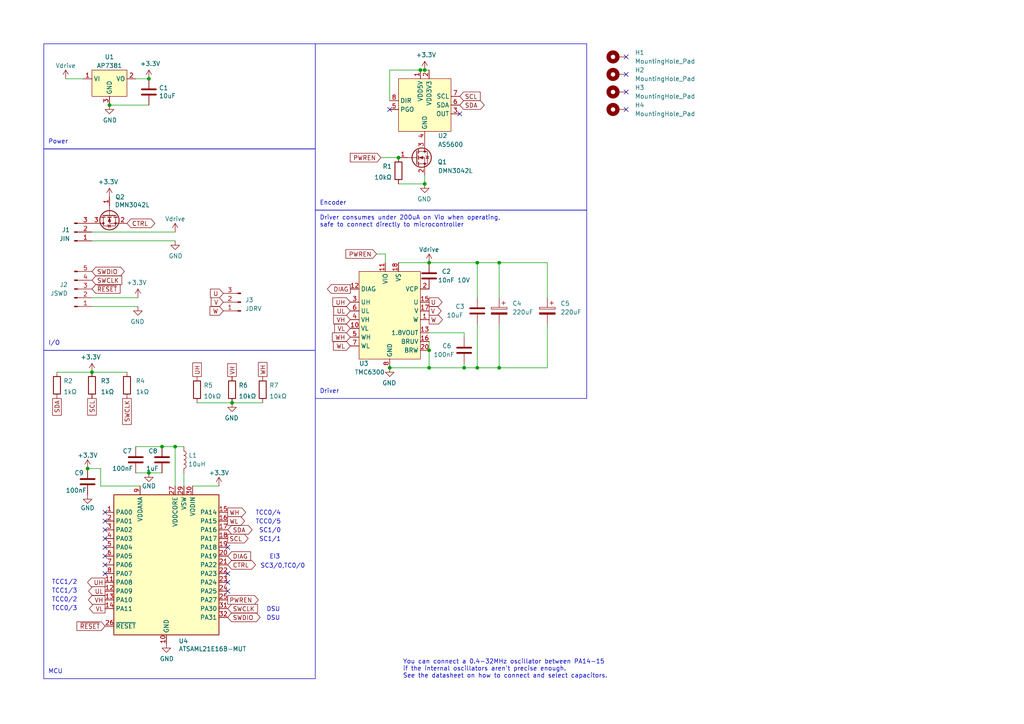
<source format=kicad_sch>
(kicad_sch (version 20250114) (generator "eeschema") (generator_version "9.0")
  (paper "A4")
  (lib_symbols
    (symbol "Connector:Conn_01x03_Pin" (pin_names (offset 1.016) (hide yes))
      (property "Reference" "J" (at 0 5.08 0))
      (property "Value" "Conn_01x03_Pin" (at 0 -5.08 0))
      (symbol "Conn_01x03_Pin_1_1"
        (rectangle (start 0.8636 2.667) (end 0 2.413) (stroke (width 0.1524)) (fill (type outline)))
        (rectangle (start 0.8636 0.127) (end 0 -0.127) (stroke (width 0.1524)) (fill (type outline)))
        (rectangle (start 0.8636 -2.413) (end 0 -2.667) (stroke (width 0.1524)) (fill (type outline)))
        (polyline (pts (xy 1.27 2.54) (xy 0.8636 2.54)) (stroke (width 0.1524)))
        (polyline (pts (xy 1.27 0) (xy 0.8636 0)) (stroke (width 0.1524)))
        (polyline (pts (xy 1.27 -2.54) (xy 0.8636 -2.54)) (stroke (width 0.1524)))
        (pin passive line (at 5.08 2.54 180) (length 3.81) (name "Pin_1") (number "1"))
        (pin passive line (at 5.08 0 180) (length 3.81) (name "Pin_2") (number "2"))
        (pin passive line (at 5.08 -2.54 180) (length 3.81) (name "Pin_3") (number "3"))
      )
    )
    (symbol "Connector:Conn_01x05_Male" (pin_names (offset 1.016) (hide yes))
      (property "Reference" "J" (at 0 7.62 0))
      (property "Value" "Conn_01x05_Male" (at 0 -7.62 0))
      (symbol "Conn_01x05_Male_1_1"
        (rectangle (start 0.8636 5.207) (end 0 4.953) (stroke (width 0.1524)) (fill (type outline)))
        (rectangle (start 0.8636 2.667) (end 0 2.413) (stroke (width 0.1524)) (fill (type outline)))
        (rectangle (start 0.8636 0.127) (end 0 -0.127) (stroke (width 0.1524)) (fill (type outline)))
        (rectangle (start 0.8636 -2.413) (end 0 -2.667) (stroke (width 0.1524)) (fill (type outline)))
        (rectangle (start 0.8636 -4.953) (end 0 -5.207) (stroke (width 0.1524)) (fill (type outline)))
        (polyline (pts (xy 1.27 5.08) (xy 0.8636 5.08)) (stroke (width 0.1524)))
        (polyline (pts (xy 1.27 2.54) (xy 0.8636 2.54)) (stroke (width 0.1524)))
        (polyline (pts (xy 1.27 0) (xy 0.8636 0)) (stroke (width 0.1524)))
        (polyline (pts (xy 1.27 -2.54) (xy 0.8636 -2.54)) (stroke (width 0.1524)))
        (polyline (pts (xy 1.27 -5.08) (xy 0.8636 -5.08)) (stroke (width 0.1524)))
        (pin passive line (at 5.08 5.08 180) (length 3.81) (name "Pin_1") (number "1"))
        (pin passive line (at 5.08 2.54 180) (length 3.81) (name "Pin_2") (number "2"))
        (pin passive line (at 5.08 0 180) (length 3.81) (name "Pin_3") (number "3"))
        (pin passive line (at 5.08 -2.54 180) (length 3.81) (name "Pin_4") (number "4"))
        (pin passive line (at 5.08 -5.08 180) (length 3.81) (name "Pin_5") (number "5"))
      )
    )
    (symbol "Custom:AP7381"
      (property "Reference" "U" (at -3.81 -5.08 0))
      (property "Value" "AP7381" (at 6.35 -5.08 0))
      (symbol "AP7381_0_1"
        (rectangle (start -5.08 3.81) (end 5.08 -3.81) (fill (type background)))
      )
      (symbol "AP7381_1_1"
        (pin power_in line (at -7.62 1.27 0) (length 2.54) (name "VI") (number "1"))
        (pin passive line (at 0 -6.35 90) (length 2.54) (name "GND") (number "3"))
        (pin power_out line (at 7.62 1.27 180) (length 2.54) (name "VO") (number "2"))
      )
    )
    (symbol "Custom:AS5600"
      (property "Reference" "U" (at 3.81 -8.89 0))
      (property "Value" "AS5600" (at 0 0 0))
      (symbol "AS5600_0_0"
        (pin input line (at -10.16 1.27 0) (length 2.54) (name "DIR") (number "8"))
        (pin input line (at -10.16 -1.27 0) (length 2.54) (name "PGO") (number "5"))
        (pin power_in line (at -1.27 10.16 270) (length 2.54) (name "VDD5V") (number "1"))
        (pin power_in line (at 0 -10.16 90) (length 2.54) (name "GND") (number "4"))
        (pin power_in line (at 1.27 10.16 270) (length 2.54) (name "VDD3V3") (number "2"))
        (pin input line (at 10.16 2.54 180) (length 2.54) (name "SCL") (number "7"))
        (pin bidirectional line (at 10.16 0 180) (length 2.54) (name "SDA") (number "6"))
        (pin output line (at 10.16 -2.54 180) (length 2.54) (name "OUT") (number "3"))
      )
      (symbol "AS5600_1_1"
        (rectangle (start -7.62 7.62) (end 7.62 -7.62) (fill (type background)))
      )
    )
    (symbol "Custom:TMC6300"
      (property "Reference" "U" (at 5.08 -13.97 0))
      (property "Value" "TMC6300" (at 0 -1.27 0))
      (symbol "TMC6300_0_0"
        (pin output line (at -11.43 7.62 0) (length 2.54) (name "DIAG") (number "12"))
        (pin input line (at -11.43 3.81 0) (length 2.54) (name "UH") (number "3"))
        (pin input line (at -11.43 1.27 0) (length 2.54) (name "UL") (number "6"))
        (pin input line (at -11.43 -1.27 0) (length 2.54) (name "VH") (number "4"))
        (pin input line (at -11.43 -3.81 0) (length 2.54) (name "VL") (number "10"))
        (pin input line (at -11.43 -6.35 0) (length 2.54) (name "WH") (number "5"))
        (pin input line (at -11.43 -8.89 0) (length 2.54) (name "WL") (number "7"))
        (pin input line (at -1.27 15.24 270) (length 2.54) (name "VIO") (number "11"))
        (pin power_in line (at 0 -15.24 90) (length 2.54) (name "GND") (number "8"))
        (pin power_in line (at 2.54 15.24 270) (length 2.54) (name "VS") (number "18"))
        (pin passive line (at 11.43 7.62 180) (length 2.54) (name "VCP") (number "2"))
        (pin power_in line (at 11.43 3.81 180) (length 2.54) (name "U") (number "15"))
        (pin power_out line (at 11.43 1.27 180) (length 2.54) (name "V") (number "17"))
        (pin power_out line (at 11.43 -1.27 180) (length 2.54) (name "W") (number "1"))
        (pin output line (at 11.43 -5.08 180) (length 2.54) (name "1.8VOUT") (number "13"))
        (pin output line (at 11.43 -7.62 180) (length 2.54) (name "BRUV") (number "16"))
        (pin output line (at 11.43 -10.16 180) (length 2.54) (name "BRW") (number "20"))
      )
      (symbol "TMC6300_1_0"
        (pin no_connect line (at -3.81 -15.24 90) (length 2.54) (hide yes) (name "NC") (number "19"))
        (pin power_in line (at 0 -15.24 90) (length 2.54) (hide yes) (name "GND") (number "14"))
        (pin power_in line (at 0 -15.24 90) (length 2.54) (hide yes) (name "PAD") (number "21"))
        (pin power_in line (at 0 -15.24 90) (length 2.54) (hide yes) (name "GND") (number "9"))
      )
      (symbol "TMC6300_1_1"
        (rectangle (start -8.89 12.7) (end 8.89 -12.7) (fill (type background)))
      )
    )
    (symbol "Device:C" (pin_numbers (hide yes)) (pin_names (offset 0.254))
      (property "Reference" "C" (at 0.635 2.54 0))
      (property "Value" "C" (at 0.635 -2.54 0))
      (symbol "C_0_1"
        (polyline (pts (xy -2.032 0.762) (xy 2.032 0.762)) (stroke (width 0.508)))
        (polyline (pts (xy -2.032 -0.762) (xy 2.032 -0.762)) (stroke (width 0.508)))
      )
      (symbol "C_1_1"
        (pin passive line (at 0 3.81 270) (length 2.794) (name "~") (number "1"))
        (pin passive line (at 0 -3.81 90) (length 2.794) (name "~") (number "2"))
      )
    )
    (symbol "Device:C_Polarized" (pin_numbers (hide yes)) (pin_names (offset 0.254))
      (property "Reference" "C" (at 0.635 2.54 0))
      (property "Value" "C_Polarized" (at 0.635 -2.54 0))
      (symbol "C_Polarized_0_1"
        (rectangle (start -2.286 0.508) (end 2.286 1.016))
        (polyline (pts (xy -1.778 2.286) (xy -0.762 2.286)))
        (polyline (pts (xy -1.27 2.794) (xy -1.27 1.778)))
        (rectangle (start 2.286 -0.508) (end -2.286 -1.016) (fill (type outline)))
      )
      (symbol "C_Polarized_1_1"
        (pin passive line (at 0 3.81 270) (length 2.794) (name "~") (number "1"))
        (pin passive line (at 0 -3.81 90) (length 2.794) (name "~") (number "2"))
      )
    )
    (symbol "Device:L" (pin_numbers (hide yes)) (pin_names (offset 1.016) (hide yes))
      (property "Reference" "L" (at -1.27 0 90))
      (property "Value" "L" (at 1.905 0 90))
      (symbol "L_0_1"
        (arc (start 0 2.54) (mid 0.6323 1.905) (end 0 1.27))
        (arc (start 0 1.27) (mid 0.6323 0.635) (end 0 0))
        (arc (start 0 0) (mid 0.6323 -0.635) (end 0 -1.27))
        (arc (start 0 -1.27) (mid 0.6323 -1.905) (end 0 -2.54))
      )
      (symbol "L_1_1"
        (pin passive line (at 0 3.81 270) (length 1.27) (name "1") (number "1"))
        (pin passive line (at 0 -3.81 90) (length 1.27) (name "2") (number "2"))
      )
    )
    (symbol "Device:R" (pin_numbers (hide yes)) (pin_names (offset 0))
      (property "Reference" "R" (at 2.032 0 90))
      (property "Value" "R" (at 0 0 90))
      (symbol "R_0_1"
        (rectangle (start -1.016 -2.54) (end 1.016 2.54) (stroke (width 0.254)))
      )
      (symbol "R_1_1"
        (pin passive line (at 0 3.81 270) (length 1.27) (name "~") (number "1"))
        (pin passive line (at 0 -3.81 90) (length 1.27) (name "~") (number "2"))
      )
    )
    (symbol "MCU_Microchip_SAML:ATSAML21E16B-MUT"
      (property "Reference" "U" (at -17.78 22.86 0))
      (property "Value" "ATSAML21E16B-MUT" (at -12.7 -22.86 0))
      (symbol "ATSAML21E16B-MUT_0_1"
        (rectangle (start -15.24 20.32) (end 15.24 -20.32) (stroke (width 0.254)) (fill (type background)))
      )
      (symbol "ATSAML21E16B-MUT_1_1"
        (pin bidirectional line (at -17.78 15.24 0) (length 2.54) (name "PA00") (number "1"))
        (pin bidirectional line (at -17.78 12.7 0) (length 2.54) (name "PA01") (number "2"))
        (pin bidirectional line (at -17.78 10.16 0) (length 2.54) (name "PA02") (number "3"))
        (pin bidirectional line (at -17.78 7.62 0) (length 2.54) (name "PA03") (number "4"))
        (pin bidirectional line (at -17.78 5.08 0) (length 2.54) (name "PA04") (number "5"))
        (pin bidirectional line (at -17.78 2.54 0) (length 2.54) (name "PA05") (number "6"))
        (pin bidirectional line (at -17.78 0 0) (length 2.54) (name "PA06") (number "7"))
        (pin bidirectional line (at -17.78 -2.54 0) (length 2.54) (name "PA07") (number "8"))
        (pin bidirectional line (at -17.78 -5.08 0) (length 2.54) (name "PA08") (number "11"))
        (pin bidirectional line (at -17.78 -7.62 0) (length 2.54) (name "PA09") (number "12"))
        (pin bidirectional line (at -17.78 -10.16 0) (length 2.54) (name "PA10") (number "13"))
        (pin bidirectional line (at -17.78 -12.7 0) (length 2.54) (name "PA11") (number "14"))
        (pin input line (at -17.78 -17.78 0) (length 2.54) (name "~{RESET}") (number "26"))
        (pin power_in line (at -7.62 22.86 270) (length 2.54) (name "VDDANA") (number "9"))
        (pin power_in line (at 0 -22.86 90) (length 2.54) (name "GND") (number "10"))
        (pin passive line (at 0 -22.86 90) (length 2.54) (hide yes) (name "GND") (number "28"))
        (pin passive line (at 0 -22.86 90) (length 2.54) (hide yes) (name "GND") (number "33"))
        (pin power_in line (at 2.54 22.86 270) (length 2.54) (name "VDDCORE") (number "27"))
        (pin power_out line (at 5.08 22.86 270) (length 2.54) (name "VSW") (number "29"))
        (pin power_in line (at 7.62 22.86 270) (length 2.54) (name "VDDIN") (number "30"))
        (pin bidirectional line (at 17.78 15.24 180) (length 2.54) (name "PA14") (number "15"))
        (pin bidirectional line (at 17.78 12.7 180) (length 2.54) (name "PA15") (number "16"))
        (pin bidirectional line (at 17.78 10.16 180) (length 2.54) (name "PA16") (number "17"))
        (pin bidirectional line (at 17.78 7.62 180) (length 2.54) (name "PA17") (number "18"))
        (pin bidirectional line (at 17.78 5.08 180) (length 2.54) (name "PA18") (number "19"))
        (pin bidirectional line (at 17.78 2.54 180) (length 2.54) (name "PA19") (number "20"))
        (pin bidirectional line (at 17.78 0 180) (length 2.54) (name "PA22") (number "21"))
        (pin bidirectional line (at 17.78 -2.54 180) (length 2.54) (name "PA23") (number "22"))
        (pin bidirectional line (at 17.78 -5.08 180) (length 2.54) (name "PA24") (number "23"))
        (pin bidirectional line (at 17.78 -7.62 180) (length 2.54) (name "PA25") (number "24"))
        (pin bidirectional line (at 17.78 -10.16 180) (length 2.54) (name "PA27") (number "25"))
        (pin bidirectional line (at 17.78 -12.7 180) (length 2.54) (name "PA30") (number "31"))
        (pin bidirectional line (at 17.78 -15.24 180) (length 2.54) (name "PA31") (number "32"))
      )
    )
    (symbol "Mechanical:MountingHole_Pad" (pin_numbers (hide yes)) (pin_names (offset 1.016) (hide yes))
      (property "Reference" "H" (at 0 6.35 0))
      (property "Value" "MountingHole_Pad" (at 0 4.445 0))
      (symbol "MountingHole_Pad_0_1"
        (circle (center 0 1.27) (radius 1.27) (stroke (width 1.27)))
      )
      (symbol "MountingHole_Pad_1_1"
        (pin input line (at 0 -2.54 90) (length 2.54) (name "1") (number "1"))
      )
    )
    (symbol "Transistor_FET:DMN3042L" (pin_names (hide yes))
      (property "Reference" "Q" (at 5.08 1.905 0))
      (property "Value" "DMN3042L" (at 5.08 0 0))
      (symbol "DMN3042L_0_1"
        (polyline (pts (xy 0.254 1.905) (xy 0.254 -1.905)) (stroke (width 0.254)))
        (polyline (pts (xy 0.254 0) (xy -2.54 0)))
        (polyline (pts (xy 0.762 2.286) (xy 0.762 1.27)) (stroke (width 0.254)))
        (polyline (pts (xy 0.762 0.508) (xy 0.762 -0.508)) (stroke (width 0.254)))
        (polyline (pts (xy 0.762 -1.27) (xy 0.762 -2.286)) (stroke (width 0.254)))
        (polyline (pts (xy 0.762 -1.778) (xy 3.302 -1.778) (xy 3.302 1.778) (xy 0.762 1.778)))
        (polyline (pts (xy 1.016 0) (xy 2.032 0.381) (xy 2.032 -0.381) (xy 1.016 0)) (fill (type outline)))
        (circle (center 1.651 0) (radius 2.794) (stroke (width 0.254)))
        (polyline (pts (xy 2.54 2.54) (xy 2.54 1.778)))
        (circle (center 2.54 1.778) (radius 0.254) (fill (type outline)))
        (circle (center 2.54 -1.778) (radius 0.254) (fill (type outline)))
        (polyline (pts (xy 2.54 -2.54) (xy 2.54 0) (xy 0.762 0)))
        (polyline (pts (xy 2.794 0.508) (xy 2.921 0.381) (xy 3.683 0.381) (xy 3.81 0.254)))
        (polyline (pts (xy 3.302 0.381) (xy 2.921 -0.254) (xy 3.683 -0.254) (xy 3.302 0.381)))
      )
      (symbol "DMN3042L_1_1"
        (pin input line (at -5.08 0 0) (length 2.54) (name "G") (number "1"))
        (pin passive line (at 2.54 5.08 270) (length 2.54) (name "D") (number "3"))
        (pin passive line (at 2.54 -5.08 90) (length 2.54) (name "S") (number "2"))
      )
    )
    (symbol "power:+3.3V" (power) (pin_names (offset 0))
      (property "Value" "+3.3V" (at 0 3.556 0))
      (symbol "+3.3V_0_1"
        (polyline (pts (xy -0.762 1.27) (xy 0 2.54)))
        (polyline (pts (xy 0 2.54) (xy 0.762 1.27)))
        (polyline (pts (xy 0 0) (xy 0 2.54)))
      )
      (symbol "+3.3V_1_1"
        (pin power_in line (at 0 0 90) (length 0) (hide yes) (name "+3V3") (number "1"))
      )
    )
    (symbol "power:GND" (power) (pin_names (offset 0))
      (property "Value" "GND" (at 0 -3.81 0))
      (symbol "GND_0_1"
        (polyline (pts (xy 0 0) (xy 0 -1.27) (xy 1.27 -1.27) (xy 0 -2.54) (xy -1.27 -1.27) (xy 0 -1.27)))
      )
      (symbol "GND_1_1"
        (pin power_in line (at 0 0 270) (length 0) (hide yes) (name "GND") (number "1"))
      )
    )
    (symbol "power:Vdrive" (power) (pin_names (offset 0))
      (property "Value" "Vdrive" (at 0 3.81 0))
      (symbol "Vdrive_0_1"
        (polyline (pts (xy -0.762 1.27) (xy 0 2.54)))
        (polyline (pts (xy 0 2.54) (xy 0.762 1.27)))
        (polyline (pts (xy 0 0) (xy 0 2.54)))
      )
      (symbol "Vdrive_1_1"
        (pin power_in line (at 0 0 90) (length 0) (hide yes) (name "Vdrive") (number "1"))
      )
    )
  )
  (rectangle (start 91.44 60.96) (end 170.18 115.57))
  (rectangle (start 12.7 43.18) (end 91.44 101.6))
  (rectangle (start 12.7 12.7) (end 91.44 43.18))
  (rectangle (start 91.44 12.7) (end 170.18 60.96))
  (rectangle (start 12.7 101.6) (end 91.44 196.85))
  (text "Driver" (at 92.71 114.3 0) (effects (font (size 1.27 1.27)) (justify left bottom)))
  (text "SC1/0" (at 81.534 154.686 0) (effects (font (size 1.27 1.27)) (justify right bottom)))
  (text "TCC1/2" (at 14.986 169.672 0) (effects (font (size 1.27 1.27)) (justify left bottom)))
  (text "You can connect a 0.4-32MHz oscillator between PA14-15\nif the internal oscillators aren't precise enough.\nSee the datasheet on how to connect and select capacitors." (at 116.84 196.85 0) (effects (font (size 1.27 1.27)) (justify left bottom)))
  (text "I/O" (at 13.97 100.33 0) (effects (font (size 1.27 1.27)) (justify left bottom)))
  (text "TCC0/3" (at 14.986 177.292 0) (effects (font (size 1.27 1.27)) (justify left bottom)))
  (text "Encoder" (at 92.71 59.69 0) (effects (font (size 1.27 1.27)) (justify left bottom)))
  (text "TCC1/3" (at 14.986 172.212 0) (effects (font (size 1.27 1.27)) (justify left bottom)))
  (text "DSU" (at 81.28 177.546 0) (effects (font (size 1.27 1.27)) (justify right bottom)))
  (text "TCC0/5" (at 81.534 152.146 0) (effects (font (size 1.27 1.27)) (justify right bottom)))
  (text "Power" (at 13.97 41.91 0) (effects (font (size 1.27 1.27)) (justify left bottom)))
  (text "Driver consumes under 200uA on Vio when operating,\nsafe to connect directly to microcontroller" (at 92.71 66.04 0) (effects (font (size 1.27 1.27)) (justify left bottom)))
  (text "TCC0/4" (at 81.534 149.606 0) (effects (font (size 1.27 1.27)) (justify right bottom)))
  (text "SC1/1" (at 81.534 157.226 0) (effects (font (size 1.27 1.27)) (justify right bottom)))
  (text "SC3/0,TC0/0" (at 88.519 164.973 0) (effects (font (size 1.27 1.27)) (justify right bottom)))
  (text "MCU" (at 13.97 195.58 0) (effects (font (size 1.27 1.27)) (justify left bottom)))
  (text "DSU" (at 81.28 180.086 0) (effects (font (size 1.27 1.27)) (justify right bottom)))
  (text "TCC0/2" (at 14.986 174.752 0) (effects (font (size 1.27 1.27)) (justify left bottom)))
  (text "EI3" (at 81.28 162.306 0) (effects (font (size 1.27 1.27)) (justify right bottom)))
  (junction (at 43.18 22.86))
  (junction (at 43.18 137.16))
  (junction (at 25.4 135.89))
  (junction (at 144.78 76.2))
  (junction (at 31.75 30.48))
  (junction (at 121.92 20.32))
  (junction (at 123.19 53.34))
  (junction (at 115.57 45.72))
  (junction (at 144.78 106.68))
  (junction (at 124.46 101.6))
  (junction (at 138.43 76.2))
  (junction (at 113.03 106.68))
  (junction (at 123.19 20.32))
  (junction (at 124.46 76.2))
  (junction (at 134.62 106.68))
  (junction (at 67.31 116.84))
  (junction (at 50.8 129.54))
  (junction (at 124.46 106.68))
  (junction (at 138.43 106.68))
  (junction (at 46.99 129.54))
  (junction (at 26.67 107.95))
  (no_connect (at 181.61 21.59))
  (no_connect (at 66.04 168.91))
  (no_connect (at 30.48 163.83))
  (no_connect (at 30.48 148.59))
  (no_connect (at 66.04 158.75))
  (no_connect (at 133.35 33.02))
  (no_connect (at 30.48 151.13))
  (no_connect (at 30.48 158.75))
  (no_connect (at 66.04 166.37))
  (no_connect (at 30.48 156.21))
  (no_connect (at 181.61 26.67))
  (no_connect (at 181.61 31.75))
  (no_connect (at 30.48 153.67))
  (no_connect (at 113.03 31.75))
  (no_connect (at 30.48 166.37))
  (no_connect (at 181.61 16.51))
  (no_connect (at 66.04 171.45))
  (no_connect (at 30.48 161.29))
  (wire (pts (xy 144.78 106.68) (xy 138.43 106.68)))
  (wire (pts (xy 63.5 140.97) (xy 55.88 140.97)))
  (wire (pts (xy 31.75 30.48) (xy 43.18 30.48)))
  (wire (pts (xy 123.19 20.32) (xy 124.46 20.32)))
  (wire (pts (xy 43.18 137.16) (xy 46.99 137.16)))
  (wire (pts (xy 67.31 116.84) (xy 76.2 116.84)))
  (wire (pts (xy 109.22 73.66) (xy 111.76 73.66)))
  (wire (pts (xy 40.005 88.9) (xy 26.67 88.9)))
  (wire (pts (xy 113.03 106.68) (xy 124.46 106.68)))
  (wire (pts (xy 123.19 53.34) (xy 123.19 50.8)))
  (wire (pts (xy 16.51 107.95) (xy 26.67 107.95)))
  (wire (pts (xy 115.57 76.2) (xy 124.46 76.2)))
  (wire (pts (xy 121.92 20.32) (xy 123.19 20.32)))
  (wire (pts (xy 113.03 20.32) (xy 121.92 20.32)))
  (wire (pts (xy 50.8 129.54) (xy 50.8 140.97)))
  (wire (pts (xy 124.46 101.6) (xy 124.46 106.68)))
  (wire (pts (xy 124.46 96.52) (xy 134.62 96.52)))
  (wire (pts (xy 138.43 76.2) (xy 144.78 76.2)))
  (wire (pts (xy 29.21 140.97) (xy 40.64 140.97)))
  (wire (pts (xy 111.76 73.66) (xy 111.76 76.2)))
  (wire (pts (xy 124.46 106.68) (xy 134.62 106.68)))
  (wire (pts (xy 53.34 129.54) (xy 50.8 129.54)))
  (wire (pts (xy 39.37 22.86) (xy 43.18 22.86)))
  (wire (pts (xy 26.67 107.95) (xy 36.83 107.95)))
  (wire (pts (xy 26.67 69.85) (xy 50.8 69.85)))
  (wire (pts (xy 144.78 76.2) (xy 158.75 76.2)))
  (wire (pts (xy 134.62 105.41) (xy 134.62 106.68)))
  (wire (pts (xy 134.62 106.68) (xy 138.43 106.68)))
  (wire (pts (xy 29.21 135.89) (xy 25.4 135.89)))
  (wire (pts (xy 144.78 93.98) (xy 144.78 106.68)))
  (wire (pts (xy 158.75 76.2) (xy 158.75 86.36)))
  (wire (pts (xy 113.03 20.32) (xy 113.03 29.21)))
  (wire (pts (xy 144.78 106.68) (xy 158.75 106.68)))
  (wire (pts (xy 158.75 106.68) (xy 158.75 93.98)))
  (wire (pts (xy 39.37 137.16) (xy 43.18 137.16)))
  (wire (pts (xy 110.49 45.72) (xy 115.57 45.72)))
  (wire (pts (xy 19.05 22.86) (xy 24.13 22.86)))
  (wire (pts (xy 138.43 76.2) (xy 138.43 86.36)))
  (wire (pts (xy 26.67 67.31) (xy 50.8 67.31)))
  (wire (pts (xy 29.21 135.89) (xy 29.21 140.97)))
  (wire (pts (xy 124.46 76.2) (xy 138.43 76.2)))
  (wire (pts (xy 115.57 53.34) (xy 123.19 53.34)))
  (wire (pts (xy 124.46 99.06) (xy 124.46 101.6)))
  (wire (pts (xy 138.43 93.98) (xy 138.43 106.68)))
  (wire (pts (xy 53.34 137.16) (xy 53.34 140.97)))
  (wire (pts (xy 57.15 116.84) (xy 67.31 116.84)))
  (wire (pts (xy 26.67 86.36) (xy 40.005 86.36)))
  (wire (pts (xy 39.37 129.54) (xy 46.99 129.54)))
  (wire (pts (xy 144.78 76.2) (xy 144.78 86.36)))
  (wire (pts (xy 134.62 96.52) (xy 134.62 97.79)))
  (wire (pts (xy 46.99 129.54) (xy 50.8 129.54)))
  (global_label "~{RESET}" (shape input) (at 26.67 83.82 0) (property "Intersheetrefs" "${INTERSHEET_REFS}" (effects (hide yes))))
  (global_label "W" (shape output) (at 124.46 92.71 0) (property "Intersheetrefs" "${INTERSHEET_REFS}" (effects (hide yes))))
  (global_label "SWDIO" (shape bidirectional) (at 66.04 179.07 0) (property "Intersheetrefs" "${INTERSHEET_REFS}" (effects (hide yes))))
  (global_label "PWREN" (shape input) (at 110.49 45.72 180) (property "Intersheetrefs" "${INTERSHEET_REFS}" (effects (hide yes))))
  (global_label "SCL" (shape input) (at 133.35 27.94 0) (property "Intersheetrefs" "${INTERSHEET_REFS}" (effects (hide yes))))
  (global_label "U" (shape input) (at 64.77 85.09 180) (property "Intersheetrefs" "${INTERSHEET_REFS}" (effects (hide yes))))
  (global_label "DIAG" (shape output) (at 101.6 83.82 180) (property "Intersheetrefs" "${INTERSHEET_REFS}" (effects (hide yes))))
  (global_label "SCL" (shape passive) (at 26.67 115.57 270) (property "Intersheetrefs" "${INTERSHEET_REFS}" (effects (hide yes))))
  (global_label "WH" (shape input) (at 101.6 97.79 180) (property "Intersheetrefs" "${INTERSHEET_REFS}" (effects (hide yes))))
  (global_label "V" (shape input) (at 64.77 87.63 180) (property "Intersheetrefs" "${INTERSHEET_REFS}" (effects (hide yes))))
  (global_label "SWCLK" (shape input) (at 26.67 81.28 0) (property "Intersheetrefs" "${INTERSHEET_REFS}" (effects (hide yes))))
  (global_label "VH" (shape passive) (at 67.31 109.22 90) (property "Intersheetrefs" "${INTERSHEET_REFS}" (effects (hide yes))))
  (global_label "SDA" (shape bidirectional) (at 133.35 30.48 0) (property "Intersheetrefs" "${INTERSHEET_REFS}" (effects (hide yes))))
  (global_label "WL" (shape input) (at 101.6 100.33 180) (property "Intersheetrefs" "${INTERSHEET_REFS}" (effects (hide yes))))
  (global_label "SWDIO" (shape bidirectional) (at 26.67 78.74 0) (property "Intersheetrefs" "${INTERSHEET_REFS}" (effects (hide yes))))
  (global_label "SWCLK" (shape input) (at 66.04 176.53 0) (property "Intersheetrefs" "${INTERSHEET_REFS}" (effects (hide yes))))
  (global_label "VL" (shape output) (at 30.48 176.53 180) (property "Intersheetrefs" "${INTERSHEET_REFS}" (effects (hide yes))))
  (global_label "V" (shape output) (at 124.46 90.17 0) (property "Intersheetrefs" "${INTERSHEET_REFS}" (effects (hide yes))))
  (global_label "WH" (shape passive) (at 76.2 109.22 90) (property "Intersheetrefs" "${INTERSHEET_REFS}" (effects (hide yes))))
  (global_label "UH" (shape passive) (at 57.15 109.22 90) (property "Intersheetrefs" "${INTERSHEET_REFS}" (effects (hide yes))))
  (global_label "CTRL" (shape bidirectional) (at 36.83 64.77 0) (property "Intersheetrefs" "${INTERSHEET_REFS}" (effects (hide yes))))
  (global_label "~{RESET}" (shape input) (at 30.48 181.61 180) (property "Intersheetrefs" "${INTERSHEET_REFS}" (effects (hide yes))))
  (global_label "VL" (shape input) (at 101.6 95.25 180) (property "Intersheetrefs" "${INTERSHEET_REFS}" (effects (hide yes))))
  (global_label "U" (shape output) (at 124.46 87.63 0) (property "Intersheetrefs" "${INTERSHEET_REFS}" (effects (hide yes))))
  (global_label "SDA" (shape passive) (at 16.51 115.57 270) (property "Intersheetrefs" "${INTERSHEET_REFS}" (effects (hide yes))))
  (global_label "UL" (shape output) (at 30.48 171.45 180) (property "Intersheetrefs" "${INTERSHEET_REFS}" (effects (hide yes))))
  (global_label "CTRL" (shape bidirectional) (at 66.04 163.83 0) (property "Intersheetrefs" "${INTERSHEET_REFS}" (effects (hide yes))))
  (global_label "WH" (shape output) (at 66.04 148.59 0) (property "Intersheetrefs" "${INTERSHEET_REFS}" (effects (hide yes))))
  (global_label "PWREN" (shape output) (at 66.04 173.99 0) (property "Intersheetrefs" "${INTERSHEET_REFS}" (effects (hide yes))))
  (global_label "W" (shape input) (at 64.77 90.17 180) (property "Intersheetrefs" "${INTERSHEET_REFS}" (effects (hide yes))))
  (global_label "UL" (shape input) (at 101.6 90.17 180) (property "Intersheetrefs" "${INTERSHEET_REFS}" (effects (hide yes))))
  (global_label "WL" (shape output) (at 66.04 151.13 0) (property "Intersheetrefs" "${INTERSHEET_REFS}" (effects (hide yes))))
  (global_label "VH" (shape output) (at 30.48 173.99 180) (property "Intersheetrefs" "${INTERSHEET_REFS}" (effects (hide yes))))
  (global_label "SWCLK" (shape passive) (at 36.83 115.57 270) (property "Intersheetrefs" "${INTERSHEET_REFS}" (effects (hide yes))))
  (global_label "UH" (shape input) (at 101.6 87.63 180) (property "Intersheetrefs" "${INTERSHEET_REFS}" (effects (hide yes))))
  (global_label "DIAG" (shape input) (at 66.04 161.29 0) (property "Intersheetrefs" "${INTERSHEET_REFS}" (effects (hide yes))))
  (global_label "SDA" (shape bidirectional) (at 66.04 153.67 0) (property "Intersheetrefs" "${INTERSHEET_REFS}" (effects (hide yes))))
  (global_label "UH" (shape output) (at 30.48 168.91 180) (property "Intersheetrefs" "${INTERSHEET_REFS}" (effects (hide yes))))
  (global_label "VH" (shape input) (at 101.6 92.71 180) (property "Intersheetrefs" "${INTERSHEET_REFS}" (effects (hide yes))))
  (global_label "SCL" (shape output) (at 66.04 156.21 0) (property "Intersheetrefs" "${INTERSHEET_REFS}" (effects (hide yes))))
  (global_label "PWREN" (shape input) (at 109.22 73.66 180) (property "Intersheetrefs" "${INTERSHEET_REFS}" (effects (hide yes))))
  (symbol (lib_id "Transistor_FET:DMN3042L") (at 120.65 45.72 0) (unit 1)
    (property "Reference" "Q1" (at 128.27 46.99 0))
    (property "Value" "DMN3042L" (at 132.08 49.53 0))
    (property "Footprint" "Package_TO_SOT_SMD:SOT-23" (effects (hide yes)))
    (property "Datasheet" "http://www.diodes.com/assets/Datasheets/DMN3042L.pdf" (effects (hide yes)))
    (property "Description" "5.8A Id, 30V Vds, N-Channel MOSFET, SOT-23" (effects (hide yes)))
  )
  (symbol (lib_id "Device:R") (at 26.67 111.76 0) (unit 1)
    (property "Reference" "R3" (at 29.21 110.49 0) (effects (justify left)))
    (property "Value" "1kΩ" (at 29.21 113.665 0) (effects (justify left)))
    (property "Footprint" "Resistor_SMD:R_0603_1608Metric" (effects (hide yes)))
  )
  (symbol (lib_id "Device:C") (at 43.18 26.67 0) (unit 1)
    (property "Reference" "C1" (at 46.101 25.5016 0) (effects (justify left)))
    (property "Value" "10uF" (at 46.101 27.813 0) (effects (justify left)))
    (property "Footprint" "Capacitor_SMD:C_0603_1608Metric" (effects (hide yes)))
  )
  (symbol (lib_id "power:GND") (at 40.005 88.9 0) (mirror y) (unit 1)
    (property "Reference" "#PWR011" (effects (hide yes)))
    (property "Value" "GND" (at 39.878 93.2942 0))
  )
  (symbol (lib_id "Device:R") (at 115.57 49.53 0) (mirror y) (unit 1)
    (property "Reference" "R1" (at 113.665 48.26 0) (effects (justify left)))
    (property "Value" "10kΩ" (at 113.665 51.435 0) (effects (justify left)))
    (property "Footprint" "Resistor_SMD:R_0603_1608Metric" (effects (hide yes)))
  )
  (symbol (lib_id "power:GND") (at 50.8 69.85 0) (unit 1)
    (property "Reference" "#PWR08" (effects (hide yes)))
    (property "Value" "GND" (at 50.927 74.2442 0))
  )
  (symbol (lib_id "Device:C_Polarized") (at 144.78 90.17 0) (mirror y) (unit 1)
    (property "Reference" "C4" (at 148.59 88.0109 0) (effects (justify right)))
    (property "Value" "220uF" (at 148.59 90.5509 0) (effects (justify right)))
    (property "Footprint" "Capacitor_Tantalum_SMD:CP_EIA-7343-43_Kemet-X" (effects (hide yes)))
    (property "Description" "Polarized capacitor" (effects (hide yes)))
  )
  (symbol (lib_id "Custom:AS5600") (at 123.19 30.48 0) (unit 1)
    (property "Reference" "U2" (at 127 39.37 0) (effects (justify left)))
    (property "Value" "AS5600" (at 127 41.91 0) (effects (justify left)))
    (property "Footprint" "Package_SO:SOIC-8_3.9x4.9mm_P1.27mm" (effects (hide yes)))
  )
  (symbol (lib_id "power:+3.3V") (at 43.18 22.86 0) (unit 1)
    (property "Reference" "#PWR03" (effects (hide yes)))
    (property "Value" "+3.3V" (at 43.561 18.4658 0))
  )
  (symbol (lib_id "MCU_Microchip_SAML:ATSAML21E16B-MUT") (at 48.26 163.83 0) (unit 1)
    (property "Reference" "U4" (at 51.816 185.928 0) (effects (justify left)))
    (property "Value" "ATSAML21E16B-MUT" (at 51.816 188.214 0) (effects (justify left)))
    (property "Footprint" "Package_DFN_QFN:QFN-32-1EP_5x5mm_P0.5mm_EP3.45x3.45mm" (effects (hide yes)))
    (property "Datasheet" "https://ww1.microchip.com/downloads/aemDocuments/documents/MCU32/ProductDocuments/DataSheets/SAM-L21-Family-Data-Sheet-DS60001477.pdf" (effects (hide yes)))
    (property "Description" "SAM L21 Microchip SMART ARM-based Flash MCU, 48Mhz, 64K Flash, 8K SRAM, QFN32" (effects (hide yes)))
  )
  (symbol (lib_id "Device:R") (at 57.15 113.03 0) (unit 1)
    (property "Reference" "R5" (at 59.055 111.76 0) (effects (justify left)))
    (property "Value" "10kΩ" (at 59.055 114.935 0) (effects (justify left)))
    (property "Footprint" "Resistor_SMD:R_0603_1608Metric" (effects (hide yes)))
  )
  (symbol (lib_id "Mechanical:MountingHole_Pad") (at 179.07 16.51 90) (unit 1)
    (property "Reference" "H1" (at 184.15 15.24 90) (effects (justify right)))
    (property "Value" "MountingHole_Pad" (at 184.15 17.78 90) (effects (justify right)))
    (property "Footprint" "MountingHole:MountingHole_3.2mm_M3_Pad" (effects (hide yes)))
  )
  (symbol (lib_id "Device:R") (at 67.31 113.03 0) (unit 1)
    (property "Reference" "R6" (at 69.215 111.76 0) (effects (justify left)))
    (property "Value" "10kΩ" (at 69.215 114.935 0) (effects (justify left)))
    (property "Footprint" "Resistor_SMD:R_0603_1608Metric" (effects (hide yes)))
  )
  (symbol (lib_id "Mechanical:MountingHole_Pad") (at 179.07 31.75 90) (unit 1)
    (property "Reference" "H4" (at 184.15 30.48 90) (effects (justify right)))
    (property "Value" "MountingHole_Pad" (at 184.15 33.02 90) (effects (justify right)))
    (property "Footprint" "MountingHole:MountingHole_3.2mm_M3_Pad" (effects (hide yes)))
  )
  (symbol (lib_id "Custom:AP7381") (at 31.75 24.13 0) (unit 1)
    (property "Reference" "U1" (at 31.75 16.51 0))
    (property "Value" "AP7381" (at 31.75 19.05 0))
    (property "Footprint" "Package_TO_SOT_SMD:SOT-23" (effects (hide yes)))
  )
  (symbol (lib_id "Device:R") (at 16.51 111.76 0) (unit 1)
    (property "Reference" "R2" (at 18.415 110.49 0) (effects (justify left)))
    (property "Value" "1kΩ" (at 18.415 113.665 0) (effects (justify left)))
    (property "Footprint" "Resistor_SMD:R_0603_1608Metric" (effects (hide yes)))
  )
  (symbol (lib_id "Device:C") (at 46.99 133.35 0) (mirror y) (unit 1)
    (property "Reference" "C8" (at 45.72 130.81 0) (effects (justify left)))
    (property "Value" "1uF" (at 44.196 135.89 0))
    (property "Footprint" "Capacitor_SMD:C_0603_1608Metric" (effects (hide yes)))
  )
  (symbol (lib_id "power:Vdrive") (at 124.46 76.2 0) (unit 1)
    (property "Reference" "#PWR09" (effects (hide yes)))
    (property "Value" "Vdrive" (at 124.46 72.39 0))
  )
  (symbol (lib_id "Custom:TMC6300") (at 113.03 91.44 0) (unit 1)
    (property "Reference" "U3" (at 104.14 105.41 0) (effects (justify left)))
    (property "Value" "TMC6300" (at 102.87 107.95 0) (effects (justify left)))
    (property "Footprint" "Package_DFN_QFN:QFN-20-1EP_3x3mm_P0.4mm_EP1.65x1.65mm" (effects (hide yes)))
  )
  (symbol (lib_id "power:+3.3V") (at 123.19 20.32 0) (unit 1)
    (property "Reference" "#PWR01" (effects (hide yes)))
    (property "Value" "+3.3V" (at 123.571 15.9258 0))
  )
  (symbol (lib_id "power:GND") (at 48.26 186.69 0) (unit 1)
    (property "Reference" "#PWR019" (effects (hide yes)))
    (property "Value" "GND" (at 48.387 191.0842 0))
  )
  (symbol (lib_id "power:GND") (at 123.19 53.34 0) (mirror y) (unit 1)
    (property "Reference" "#PWR05" (effects (hide yes)))
    (property "Value" "GND" (at 123.063 57.7342 0))
  )
  (symbol (lib_id "Device:R") (at 76.2 113.03 0) (unit 1)
    (property "Reference" "R7" (at 78.105 111.76 0) (effects (justify left)))
    (property "Value" "10kΩ" (at 78.105 114.935 0) (effects (justify left)))
    (property "Footprint" "Resistor_SMD:R_0603_1608Metric" (effects (hide yes)))
  )
  (symbol (lib_id "Device:C") (at 25.4 139.7 0) (unit 1)
    (property "Reference" "C9" (at 21.59 137.16 0) (effects (justify left)))
    (property "Value" "100nF" (at 19.05 142.24 0) (effects (justify left)))
    (property "Footprint" "Capacitor_SMD:C_0603_1608Metric" (effects (hide yes)))
  )
  (symbol (lib_id "power:GND") (at 113.03 106.68 0) (mirror y) (unit 1)
    (property "Reference" "#PWR012" (effects (hide yes)))
    (property "Value" "GND" (at 112.903 111.0742 0))
  )
  (symbol (lib_id "Connector:Conn_01x03_Pin") (at 21.59 67.31 0) (mirror x) (unit 1)
    (property "Reference" "J1" (at 20.32 66.675 0) (effects (justify right)))
    (property "Value" "JIN" (at 20.32 69.215 0) (effects (justify right)))
    (property "Footprint" "Connector_PinHeader_2.54mm:PinHeader_1x03_P2.54mm_Vertical" (effects (hide yes)))
  )
  (symbol (lib_id "Mechanical:MountingHole_Pad") (at 179.07 26.67 90) (unit 1)
    (property "Reference" "H3" (at 184.15 25.4 90) (effects (justify right)))
    (property "Value" "MountingHole_Pad" (at 184.15 27.94 90) (effects (justify right)))
    (property "Footprint" "MountingHole:MountingHole_3.2mm_M3_Pad" (effects (hide yes)))
  )
  (symbol (lib_id "Device:C") (at 39.37 133.35 0) (unit 1)
    (property "Reference" "C7" (at 35.56 130.81 0) (effects (justify left)))
    (property "Value" "100nF" (at 35.56 135.89 0))
    (property "Footprint" "Capacitor_SMD:C_0603_1608Metric" (effects (hide yes)))
  )
  (symbol (lib_id "Connector:Conn_01x05_Male") (at 21.59 83.82 0) (mirror x) (unit 1)
    (property "Reference" "J2" (at 19.685 82.55 0) (effects (justify right)))
    (property "Value" "JSWD" (at 19.685 85.09 0) (effects (justify right)))
    (property "Footprint" "Connector_PinHeader_2.54mm:PinHeader_1x05_P2.54mm_Vertical" (effects (hide yes)))
  )
  (symbol (lib_id "power:GND") (at 43.18 137.16 0) (unit 1)
    (property "Reference" "#PWR016" (effects (hide yes)))
    (property "Value" "GND" (at 43.18 140.97 0))
  )
  (symbol (lib_id "power:+3.3V") (at 25.4 135.89 0) (unit 1)
    (property "Reference" "#PWR015" (effects (hide yes)))
    (property "Value" "+3.3V" (at 25.4 132.08 0))
  )
  (symbol (lib_id "power:GND") (at 67.31 116.84 0) (mirror y) (unit 1)
    (property "Reference" "#PWR014" (effects (hide yes)))
    (property "Value" "GND" (at 67.183 121.2342 0))
  )
  (symbol (lib_id "power:+3.3V") (at 26.67 107.95 0) (mirror y) (unit 1)
    (property "Reference" "#PWR013" (effects (hide yes)))
    (property "Value" "+3.3V" (at 26.289 103.5558 0))
  )
  (symbol (lib_id "power:+3.3V") (at 31.75 57.15 0) (mirror y) (unit 1)
    (property "Reference" "#PWR06" (effects (hide yes)))
    (property "Value" "+3.3V" (at 31.369 52.7558 0))
  )
  (symbol (lib_id "Mechanical:MountingHole_Pad") (at 179.07 21.59 90) (unit 1)
    (property "Reference" "H2" (at 184.15 20.32 90) (effects (justify right)))
    (property "Value" "MountingHole_Pad" (at 184.15 22.86 90) (effects (justify right)))
    (property "Footprint" "MountingHole:MountingHole_3.2mm_M3_Pad" (effects (hide yes)))
  )
  (symbol (lib_id "power:GND") (at 25.4 143.51 0) (unit 1)
    (property "Reference" "#PWR018" (effects (hide yes)))
    (property "Value" "GND" (at 25.4 147.32 0))
  )
  (symbol (lib_id "power:+3.3V") (at 63.5 140.97 0) (unit 1)
    (property "Reference" "#PWR017" (effects (hide yes)))
    (property "Value" "+3.3V" (at 63.5 137.16 0))
  )
  (symbol (lib_id "power:Vdrive") (at 19.05 22.86 0) (unit 1)
    (property "Reference" "#PWR02" (effects (hide yes)))
    (property "Value" "Vdrive" (at 19.05 19.05 0))
  )
  (symbol (lib_id "Device:R") (at 36.83 111.76 0) (unit 1)
    (property "Reference" "R4" (at 39.37 110.49 0) (effects (justify left)))
    (property "Value" "1kΩ" (at 39.37 113.665 0) (effects (justify left)))
    (property "Footprint" "Resistor_SMD:R_0603_1608Metric" (effects (hide yes)))
  )
  (symbol (lib_id "Device:C") (at 138.43 90.17 0) (unit 1)
    (property "Reference" "C3" (at 132.08 88.9 0) (effects (justify left)))
    (property "Value" "10uF" (at 129.54 91.44 0) (effects (justify left)))
    (property "Footprint" "Capacitor_SMD:C_0603_1608Metric" (effects (hide yes)))
  )
  (symbol (lib_id "Device:C") (at 134.62 101.6 0) (unit 1)
    (property "Reference" "C6" (at 128.27 100.33 0) (effects (justify left)))
    (property "Value" "100nF" (at 125.73 102.87 0) (effects (justify left)))
    (property "Footprint" "Capacitor_SMD:C_0603_1608Metric" (effects (hide yes)))
  )
  (symbol (lib_id "power:Vdrive") (at 50.8 67.31 0) (unit 1)
    (property "Reference" "#PWR07" (effects (hide yes)))
    (property "Value" "Vdrive" (at 50.8 63.5 0))
  )
  (symbol (lib_id "Device:C_Polarized") (at 158.75 90.17 0) (mirror y) (unit 1)
    (property "Reference" "C5" (at 162.56 88.0109 0) (effects (justify right)))
    (property "Value" "220uF" (at 162.56 90.5509 0) (effects (justify right)))
    (property "Footprint" "Capacitor_Tantalum_SMD:CP_EIA-7343-43_Kemet-X" (effects (hide yes)))
    (property "Description" "Polarized capacitor" (effects (hide yes)))
  )
  (symbol (lib_id "Connector:Conn_01x03_Pin") (at 69.85 87.63 180) (unit 1)
    (property "Reference" "J3" (at 71.12 86.995 0) (effects (justify right)))
    (property "Value" "JDRV" (at 71.12 89.535 0) (effects (justify right)))
    (property "Footprint" "Connector_PinHeader_2.54mm:PinHeader_1x03_P2.54mm_Vertical" (effects (hide yes)))
  )
  (symbol (lib_id "power:GND") (at 31.75 30.48 0) (unit 1)
    (property "Reference" "#PWR04" (effects (hide yes)))
    (property "Value" "GND" (at 31.877 34.8742 0))
  )
  (symbol (lib_id "power:+3.3V") (at 40.005 86.36 0) (mirror y) (unit 1)
    (property "Reference" "#PWR010" (effects (hide yes)))
    (property "Value" "+3.3V" (at 39.624 81.9658 0))
  )
  (symbol (lib_id "Device:L") (at 53.34 133.35 0) (unit 1)
    (property "Reference" "L1" (at 57.15 132.08 0) (effects (justify right)))
    (property "Value" "10uH" (at 59.69 134.62 0) (effects (justify right)))
    (property "Footprint" "Capacitor_SMD:C_0603_1608Metric" (effects (hide yes)))
  )
  (symbol (lib_id "Device:C") (at 124.46 80.01 0) (mirror y) (unit 1)
    (property "Reference" "C2" (at 130.81 78.74 0) (effects (justify left)))
    (property "Value" "10nF 10V" (at 127 81.28 0) (effects (justify right)))
    (property "Footprint" "Capacitor_SMD:C_0603_1608Metric" (effects (hide yes)))
  )
  (symbol (lib_id "Transistor_FET:DMN3042L") (at 31.75 62.23 90) (mirror x) (unit 1)
    (property "Reference" "Q2" (at 34.798 57.15 90))
    (property "Value" "DMN3042L" (at 38.354 59.436 90))
    (property "Footprint" "Package_TO_SOT_SMD:SOT-23" (effects (hide yes)))
    (property "Datasheet" "http://www.diodes.com/assets/Datasheets/DMN3042L.pdf" (effects (hide yes)))
    (property "Description" "5.8A Id, 30V Vds, N-Channel MOSFET, SOT-23" (effects (hide yes)))
  )
)
</source>
